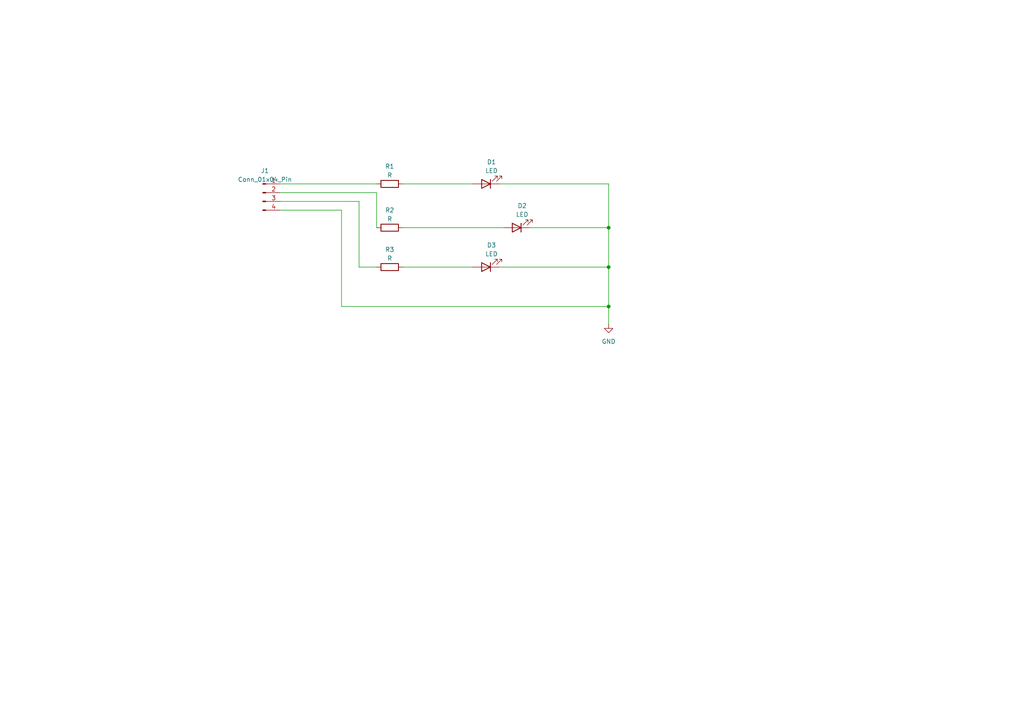
<source format=kicad_sch>
(kicad_sch (version 20230121) (generator eeschema)

  (uuid c5be1b63-29b0-4049-85ac-63f0c7a9d218)

  (paper "A4")

  (title_block
    (title "MyFirstPcb")
    (company "Nit Andhra Pradesh")
  )

  (lib_symbols
    (symbol "Connector:Conn_01x04_Pin" (pin_names (offset 1.016) hide) (in_bom yes) (on_board yes)
      (property "Reference" "J" (at 0 5.08 0)
        (effects (font (size 1.27 1.27)))
      )
      (property "Value" "Conn_01x04_Pin" (at 0 -7.62 0)
        (effects (font (size 1.27 1.27)))
      )
      (property "Footprint" "" (at 0 0 0)
        (effects (font (size 1.27 1.27)) hide)
      )
      (property "Datasheet" "~" (at 0 0 0)
        (effects (font (size 1.27 1.27)) hide)
      )
      (property "ki_locked" "" (at 0 0 0)
        (effects (font (size 1.27 1.27)))
      )
      (property "ki_keywords" "connector" (at 0 0 0)
        (effects (font (size 1.27 1.27)) hide)
      )
      (property "ki_description" "Generic connector, single row, 01x04, script generated" (at 0 0 0)
        (effects (font (size 1.27 1.27)) hide)
      )
      (property "ki_fp_filters" "Connector*:*_1x??_*" (at 0 0 0)
        (effects (font (size 1.27 1.27)) hide)
      )
      (symbol "Conn_01x04_Pin_1_1"
        (polyline
          (pts
            (xy 1.27 -5.08)
            (xy 0.8636 -5.08)
          )
          (stroke (width 0.1524) (type default))
          (fill (type none))
        )
        (polyline
          (pts
            (xy 1.27 -2.54)
            (xy 0.8636 -2.54)
          )
          (stroke (width 0.1524) (type default))
          (fill (type none))
        )
        (polyline
          (pts
            (xy 1.27 0)
            (xy 0.8636 0)
          )
          (stroke (width 0.1524) (type default))
          (fill (type none))
        )
        (polyline
          (pts
            (xy 1.27 2.54)
            (xy 0.8636 2.54)
          )
          (stroke (width 0.1524) (type default))
          (fill (type none))
        )
        (rectangle (start 0.8636 -4.953) (end 0 -5.207)
          (stroke (width 0.1524) (type default))
          (fill (type outline))
        )
        (rectangle (start 0.8636 -2.413) (end 0 -2.667)
          (stroke (width 0.1524) (type default))
          (fill (type outline))
        )
        (rectangle (start 0.8636 0.127) (end 0 -0.127)
          (stroke (width 0.1524) (type default))
          (fill (type outline))
        )
        (rectangle (start 0.8636 2.667) (end 0 2.413)
          (stroke (width 0.1524) (type default))
          (fill (type outline))
        )
        (pin passive line (at 5.08 2.54 180) (length 3.81)
          (name "Pin_1" (effects (font (size 1.27 1.27))))
          (number "1" (effects (font (size 1.27 1.27))))
        )
        (pin passive line (at 5.08 0 180) (length 3.81)
          (name "Pin_2" (effects (font (size 1.27 1.27))))
          (number "2" (effects (font (size 1.27 1.27))))
        )
        (pin passive line (at 5.08 -2.54 180) (length 3.81)
          (name "Pin_3" (effects (font (size 1.27 1.27))))
          (number "3" (effects (font (size 1.27 1.27))))
        )
        (pin passive line (at 5.08 -5.08 180) (length 3.81)
          (name "Pin_4" (effects (font (size 1.27 1.27))))
          (number "4" (effects (font (size 1.27 1.27))))
        )
      )
    )
    (symbol "Device:LED" (pin_numbers hide) (pin_names (offset 1.016) hide) (in_bom yes) (on_board yes)
      (property "Reference" "D" (at 0 2.54 0)
        (effects (font (size 1.27 1.27)))
      )
      (property "Value" "LED" (at 0 -2.54 0)
        (effects (font (size 1.27 1.27)))
      )
      (property "Footprint" "" (at 0 0 0)
        (effects (font (size 1.27 1.27)) hide)
      )
      (property "Datasheet" "~" (at 0 0 0)
        (effects (font (size 1.27 1.27)) hide)
      )
      (property "ki_keywords" "LED diode" (at 0 0 0)
        (effects (font (size 1.27 1.27)) hide)
      )
      (property "ki_description" "Light emitting diode" (at 0 0 0)
        (effects (font (size 1.27 1.27)) hide)
      )
      (property "ki_fp_filters" "LED* LED_SMD:* LED_THT:*" (at 0 0 0)
        (effects (font (size 1.27 1.27)) hide)
      )
      (symbol "LED_0_1"
        (polyline
          (pts
            (xy -1.27 -1.27)
            (xy -1.27 1.27)
          )
          (stroke (width 0.254) (type default))
          (fill (type none))
        )
        (polyline
          (pts
            (xy -1.27 0)
            (xy 1.27 0)
          )
          (stroke (width 0) (type default))
          (fill (type none))
        )
        (polyline
          (pts
            (xy 1.27 -1.27)
            (xy 1.27 1.27)
            (xy -1.27 0)
            (xy 1.27 -1.27)
          )
          (stroke (width 0.254) (type default))
          (fill (type none))
        )
        (polyline
          (pts
            (xy -3.048 -0.762)
            (xy -4.572 -2.286)
            (xy -3.81 -2.286)
            (xy -4.572 -2.286)
            (xy -4.572 -1.524)
          )
          (stroke (width 0) (type default))
          (fill (type none))
        )
        (polyline
          (pts
            (xy -1.778 -0.762)
            (xy -3.302 -2.286)
            (xy -2.54 -2.286)
            (xy -3.302 -2.286)
            (xy -3.302 -1.524)
          )
          (stroke (width 0) (type default))
          (fill (type none))
        )
      )
      (symbol "LED_1_1"
        (pin passive line (at -3.81 0 0) (length 2.54)
          (name "K" (effects (font (size 1.27 1.27))))
          (number "1" (effects (font (size 1.27 1.27))))
        )
        (pin passive line (at 3.81 0 180) (length 2.54)
          (name "A" (effects (font (size 1.27 1.27))))
          (number "2" (effects (font (size 1.27 1.27))))
        )
      )
    )
    (symbol "Device:R" (pin_numbers hide) (pin_names (offset 0)) (in_bom yes) (on_board yes)
      (property "Reference" "R" (at 2.032 0 90)
        (effects (font (size 1.27 1.27)))
      )
      (property "Value" "R" (at 0 0 90)
        (effects (font (size 1.27 1.27)))
      )
      (property "Footprint" "" (at -1.778 0 90)
        (effects (font (size 1.27 1.27)) hide)
      )
      (property "Datasheet" "~" (at 0 0 0)
        (effects (font (size 1.27 1.27)) hide)
      )
      (property "ki_keywords" "R res resistor" (at 0 0 0)
        (effects (font (size 1.27 1.27)) hide)
      )
      (property "ki_description" "Resistor" (at 0 0 0)
        (effects (font (size 1.27 1.27)) hide)
      )
      (property "ki_fp_filters" "R_*" (at 0 0 0)
        (effects (font (size 1.27 1.27)) hide)
      )
      (symbol "R_0_1"
        (rectangle (start -1.016 -2.54) (end 1.016 2.54)
          (stroke (width 0.254) (type default))
          (fill (type none))
        )
      )
      (symbol "R_1_1"
        (pin passive line (at 0 3.81 270) (length 1.27)
          (name "~" (effects (font (size 1.27 1.27))))
          (number "1" (effects (font (size 1.27 1.27))))
        )
        (pin passive line (at 0 -3.81 90) (length 1.27)
          (name "~" (effects (font (size 1.27 1.27))))
          (number "2" (effects (font (size 1.27 1.27))))
        )
      )
    )
    (symbol "power:GND" (power) (pin_names (offset 0)) (in_bom yes) (on_board yes)
      (property "Reference" "#PWR" (at 0 -6.35 0)
        (effects (font (size 1.27 1.27)) hide)
      )
      (property "Value" "GND" (at 0 -3.81 0)
        (effects (font (size 1.27 1.27)))
      )
      (property "Footprint" "" (at 0 0 0)
        (effects (font (size 1.27 1.27)) hide)
      )
      (property "Datasheet" "" (at 0 0 0)
        (effects (font (size 1.27 1.27)) hide)
      )
      (property "ki_keywords" "global power" (at 0 0 0)
        (effects (font (size 1.27 1.27)) hide)
      )
      (property "ki_description" "Power symbol creates a global label with name \"GND\" , ground" (at 0 0 0)
        (effects (font (size 1.27 1.27)) hide)
      )
      (symbol "GND_0_1"
        (polyline
          (pts
            (xy 0 0)
            (xy 0 -1.27)
            (xy 1.27 -1.27)
            (xy 0 -2.54)
            (xy -1.27 -1.27)
            (xy 0 -1.27)
          )
          (stroke (width 0) (type default))
          (fill (type none))
        )
      )
      (symbol "GND_1_1"
        (pin power_in line (at 0 0 270) (length 0) hide
          (name "GND" (effects (font (size 1.27 1.27))))
          (number "1" (effects (font (size 1.27 1.27))))
        )
      )
    )
  )


  (junction (at 176.53 88.9) (diameter 0) (color 0 0 0 0)
    (uuid 00591f6f-2b5e-42a3-86e9-893ff0d7043e)
  )
  (junction (at 176.53 77.47) (diameter 0) (color 0 0 0 0)
    (uuid 01979f55-ae8c-40c4-a99a-ceeb3b8deda4)
  )
  (junction (at 176.53 66.04) (diameter 0) (color 0 0 0 0)
    (uuid 5b76b440-e7af-4986-9e5e-59475c1afd22)
  )

  (wire (pts (xy 109.22 55.88) (xy 109.22 66.04))
    (stroke (width 0) (type default))
    (uuid 0c5eb610-645b-4a64-a09b-52a50103c0d3)
  )
  (wire (pts (xy 81.28 55.88) (xy 109.22 55.88))
    (stroke (width 0) (type default))
    (uuid 10728404-7b95-456e-b3bf-6213e4c1c66c)
  )
  (wire (pts (xy 144.78 53.34) (xy 176.53 53.34))
    (stroke (width 0) (type default))
    (uuid 1ee26d05-8718-47bb-87a5-a831c2b16aa5)
  )
  (wire (pts (xy 81.28 53.34) (xy 109.22 53.34))
    (stroke (width 0) (type default))
    (uuid 243f9953-fdd9-4791-8bc7-2fa413fb9673)
  )
  (wire (pts (xy 81.28 58.42) (xy 104.14 58.42))
    (stroke (width 0) (type default))
    (uuid 2726b3c6-a213-486f-a758-5e9ca90aa1dc)
  )
  (wire (pts (xy 116.84 53.34) (xy 137.16 53.34))
    (stroke (width 0) (type default))
    (uuid 2fb2dfd7-edff-4207-bdec-50b6831a2a2a)
  )
  (wire (pts (xy 176.53 77.47) (xy 176.53 88.9))
    (stroke (width 0) (type default))
    (uuid 4c17c291-ad06-415d-8be8-94dc72341994)
  )
  (wire (pts (xy 176.53 88.9) (xy 176.53 93.98))
    (stroke (width 0) (type default))
    (uuid 85ce08e0-e7d0-4c45-8b71-380e57cd2077)
  )
  (wire (pts (xy 144.78 77.47) (xy 176.53 77.47))
    (stroke (width 0) (type default))
    (uuid 8a279545-647a-4719-af53-907435e3e4a8)
  )
  (wire (pts (xy 104.14 77.47) (xy 109.22 77.47))
    (stroke (width 0) (type default))
    (uuid 8a40cd04-0b3e-4769-a61b-269abf269d76)
  )
  (wire (pts (xy 116.84 66.04) (xy 146.05 66.04))
    (stroke (width 0) (type default))
    (uuid b2917d08-dc2d-4e88-8586-5a79d7b4d95b)
  )
  (wire (pts (xy 153.67 66.04) (xy 176.53 66.04))
    (stroke (width 0) (type default))
    (uuid b5bb14e7-492e-4fab-807a-883aa4fdf2f7)
  )
  (wire (pts (xy 99.06 60.96) (xy 99.06 88.9))
    (stroke (width 0) (type default))
    (uuid ba3fe67f-4ae4-41fc-b001-af543d1aa880)
  )
  (wire (pts (xy 104.14 58.42) (xy 104.14 77.47))
    (stroke (width 0) (type default))
    (uuid bcc5c6e7-bdb0-4eb0-96c5-157d5883b69c)
  )
  (wire (pts (xy 81.28 60.96) (xy 99.06 60.96))
    (stroke (width 0) (type default))
    (uuid bdf64ffb-c101-490d-9c3d-c0f623d74a87)
  )
  (wire (pts (xy 99.06 88.9) (xy 176.53 88.9))
    (stroke (width 0) (type default))
    (uuid c1e17e84-dcc3-40db-8416-30452f41c8a7)
  )
  (wire (pts (xy 116.84 77.47) (xy 137.16 77.47))
    (stroke (width 0) (type default))
    (uuid c85924e6-60a8-4465-9ab2-8777f4d52f92)
  )
  (wire (pts (xy 176.53 66.04) (xy 176.53 77.47))
    (stroke (width 0) (type default))
    (uuid cc1f8d01-1e92-45d8-9876-aa08a2d7b181)
  )
  (wire (pts (xy 176.53 53.34) (xy 176.53 66.04))
    (stroke (width 0) (type default))
    (uuid f00afbad-1322-4f64-9345-2b0e25995ca5)
  )

  (symbol (lib_id "Device:R") (at 113.03 66.04 90) (unit 1)
    (in_bom yes) (on_board yes) (dnp no) (fields_autoplaced)
    (uuid 0ce40602-1705-4c71-84ca-5e1c8201cb0d)
    (property "Reference" "R2" (at 113.03 60.96 90)
      (effects (font (size 1.27 1.27)))
    )
    (property "Value" "R" (at 113.03 63.5 90)
      (effects (font (size 1.27 1.27)))
    )
    (property "Footprint" "Resistor_THT:R_Axial_DIN0204_L3.6mm_D1.6mm_P5.08mm_Horizontal" (at 113.03 67.818 90)
      (effects (font (size 1.27 1.27)) hide)
    )
    (property "Datasheet" "~" (at 113.03 66.04 0)
      (effects (font (size 1.27 1.27)) hide)
    )
    (pin "1" (uuid 3f925c6c-d636-499a-93f3-2225dc53b89a))
    (pin "2" (uuid 36cf622f-e155-40cd-bcf3-ba31d3e19f04))
    (instances
      (project "pcb_design_start"
        (path "/c5be1b63-29b0-4049-85ac-63f0c7a9d218"
          (reference "R2") (unit 1)
        )
      )
    )
  )

  (symbol (lib_id "power:GND") (at 176.53 93.98 0) (unit 1)
    (in_bom yes) (on_board yes) (dnp no) (fields_autoplaced)
    (uuid 139c2f13-a6bb-4e1b-b3e7-0aa2eb994ad1)
    (property "Reference" "#PWR01" (at 176.53 100.33 0)
      (effects (font (size 1.27 1.27)) hide)
    )
    (property "Value" "GND" (at 176.53 99.06 0)
      (effects (font (size 1.27 1.27)))
    )
    (property "Footprint" "" (at 176.53 93.98 0)
      (effects (font (size 1.27 1.27)) hide)
    )
    (property "Datasheet" "" (at 176.53 93.98 0)
      (effects (font (size 1.27 1.27)) hide)
    )
    (pin "1" (uuid 8d9c2375-8ea8-49f2-8b4b-4d9edc345a4d))
    (instances
      (project "pcb_design_start"
        (path "/c5be1b63-29b0-4049-85ac-63f0c7a9d218"
          (reference "#PWR01") (unit 1)
        )
      )
    )
  )

  (symbol (lib_id "Connector:Conn_01x04_Pin") (at 76.2 55.88 0) (unit 1)
    (in_bom yes) (on_board yes) (dnp no) (fields_autoplaced)
    (uuid 373b2773-43af-44bc-bfd7-a782ee2f73bd)
    (property "Reference" "J1" (at 76.835 49.53 0)
      (effects (font (size 1.27 1.27)))
    )
    (property "Value" "Conn_01x04_Pin" (at 76.835 52.07 0)
      (effects (font (size 1.27 1.27)))
    )
    (property "Footprint" "Connector_PinHeader_1.00mm:PinHeader_1x04_P1.00mm_Vertical" (at 76.2 55.88 0)
      (effects (font (size 1.27 1.27)) hide)
    )
    (property "Datasheet" "~" (at 76.2 55.88 0)
      (effects (font (size 1.27 1.27)) hide)
    )
    (pin "1" (uuid e73fe515-f5da-42d8-8a85-f240923925e1))
    (pin "2" (uuid 314e7f8c-f5f2-49d9-aa7e-5ea1599c4aba))
    (pin "3" (uuid ffb399a5-c91e-411d-96bd-b5f7bfd88e07))
    (pin "4" (uuid 34622032-7bc6-4a61-ba26-ebf637468726))
    (instances
      (project "pcb_design_start"
        (path "/c5be1b63-29b0-4049-85ac-63f0c7a9d218"
          (reference "J1") (unit 1)
        )
      )
    )
  )

  (symbol (lib_id "Device:R") (at 113.03 53.34 90) (unit 1)
    (in_bom yes) (on_board yes) (dnp no) (fields_autoplaced)
    (uuid 4e2036cf-6795-49fe-bef9-499bc95151cd)
    (property "Reference" "R1" (at 113.03 48.26 90)
      (effects (font (size 1.27 1.27)))
    )
    (property "Value" "R" (at 113.03 50.8 90)
      (effects (font (size 1.27 1.27)))
    )
    (property "Footprint" "Resistor_THT:R_Axial_DIN0204_L3.6mm_D1.6mm_P5.08mm_Horizontal" (at 113.03 55.118 90)
      (effects (font (size 1.27 1.27)) hide)
    )
    (property "Datasheet" "~" (at 113.03 53.34 0)
      (effects (font (size 1.27 1.27)) hide)
    )
    (pin "1" (uuid e8181a56-d42c-4b76-b491-2dcb80b884b4))
    (pin "2" (uuid 5b9e6ce4-a4b9-425d-8f2b-bb3867fc73e3))
    (instances
      (project "pcb_design_start"
        (path "/c5be1b63-29b0-4049-85ac-63f0c7a9d218"
          (reference "R1") (unit 1)
        )
      )
    )
  )

  (symbol (lib_id "Device:LED") (at 140.97 53.34 180) (unit 1)
    (in_bom yes) (on_board yes) (dnp no) (fields_autoplaced)
    (uuid 6aef2ead-6418-48a3-b16d-cf4e4b7e8824)
    (property "Reference" "D1" (at 142.5575 46.99 0)
      (effects (font (size 1.27 1.27)))
    )
    (property "Value" "LED" (at 142.5575 49.53 0)
      (effects (font (size 1.27 1.27)))
    )
    (property "Footprint" "LED_THT:LED_D3.0mm" (at 140.97 53.34 0)
      (effects (font (size 1.27 1.27)) hide)
    )
    (property "Datasheet" "~" (at 140.97 53.34 0)
      (effects (font (size 1.27 1.27)) hide)
    )
    (pin "1" (uuid 82fc49ef-cf2f-444b-805e-7d29346224d1))
    (pin "2" (uuid f0e4214a-6e0b-4f9f-8e41-6a2614690fae))
    (instances
      (project "pcb_design_start"
        (path "/c5be1b63-29b0-4049-85ac-63f0c7a9d218"
          (reference "D1") (unit 1)
        )
      )
    )
  )

  (symbol (lib_id "Device:LED") (at 149.86 66.04 180) (unit 1)
    (in_bom yes) (on_board yes) (dnp no) (fields_autoplaced)
    (uuid 7fd6dfeb-9b89-4d6b-bfa2-e033e88c1404)
    (property "Reference" "D2" (at 151.4475 59.69 0)
      (effects (font (size 1.27 1.27)))
    )
    (property "Value" "LED" (at 151.4475 62.23 0)
      (effects (font (size 1.27 1.27)))
    )
    (property "Footprint" "LED_THT:LED_D3.0mm" (at 149.86 66.04 0)
      (effects (font (size 1.27 1.27)) hide)
    )
    (property "Datasheet" "~" (at 149.86 66.04 0)
      (effects (font (size 1.27 1.27)) hide)
    )
    (pin "1" (uuid 6d93beeb-7f99-46ba-8f6b-d4e390464bf4))
    (pin "2" (uuid 83849149-0718-4dd9-a21b-6d5ad2077e02))
    (instances
      (project "pcb_design_start"
        (path "/c5be1b63-29b0-4049-85ac-63f0c7a9d218"
          (reference "D2") (unit 1)
        )
      )
    )
  )

  (symbol (lib_id "Device:LED") (at 140.97 77.47 180) (unit 1)
    (in_bom yes) (on_board yes) (dnp no) (fields_autoplaced)
    (uuid c8494559-4188-4549-9770-a51ba6f91cc8)
    (property "Reference" "D3" (at 142.5575 71.12 0)
      (effects (font (size 1.27 1.27)))
    )
    (property "Value" "LED" (at 142.5575 73.66 0)
      (effects (font (size 1.27 1.27)))
    )
    (property "Footprint" "LED_THT:LED_D3.0mm" (at 140.97 77.47 0)
      (effects (font (size 1.27 1.27)) hide)
    )
    (property "Datasheet" "~" (at 140.97 77.47 0)
      (effects (font (size 1.27 1.27)) hide)
    )
    (pin "1" (uuid bb94f2d1-e9eb-446a-8558-243634e16caf))
    (pin "2" (uuid 659fd286-eed8-4393-808e-78d5f9fd1b1a))
    (instances
      (project "pcb_design_start"
        (path "/c5be1b63-29b0-4049-85ac-63f0c7a9d218"
          (reference "D3") (unit 1)
        )
      )
    )
  )

  (symbol (lib_id "Device:R") (at 113.03 77.47 90) (unit 1)
    (in_bom yes) (on_board yes) (dnp no) (fields_autoplaced)
    (uuid fb5a9e06-72b9-4966-8266-66c681288856)
    (property "Reference" "R3" (at 113.03 72.39 90)
      (effects (font (size 1.27 1.27)))
    )
    (property "Value" "R" (at 113.03 74.93 90)
      (effects (font (size 1.27 1.27)))
    )
    (property "Footprint" "Resistor_THT:R_Axial_DIN0204_L3.6mm_D1.6mm_P5.08mm_Horizontal" (at 113.03 79.248 90)
      (effects (font (size 1.27 1.27)) hide)
    )
    (property "Datasheet" "~" (at 113.03 77.47 0)
      (effects (font (size 1.27 1.27)) hide)
    )
    (pin "1" (uuid 8ea7f9b3-29fc-40ce-9c68-36bdab954b0d))
    (pin "2" (uuid 308c153e-645e-462b-99fa-e3ea735b6460))
    (instances
      (project "pcb_design_start"
        (path "/c5be1b63-29b0-4049-85ac-63f0c7a9d218"
          (reference "R3") (unit 1)
        )
      )
    )
  )

  (sheet_instances
    (path "/" (page "1"))
  )
)

</source>
